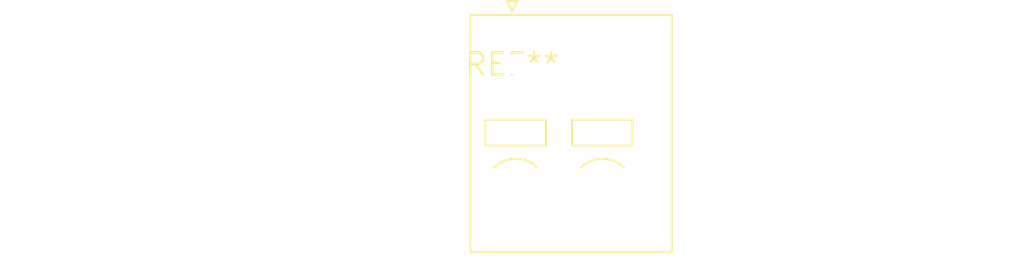
<source format=kicad_pcb>
(kicad_pcb (version 20240108) (generator pcbnew)
  (layers (0 "F.Cu" signal) (31 "B.Cu" signal) (34 "B.Paste" user) (35 "F.Paste" user) (36 "B.SilkS" user "B.Silkscreen") (37 "F.SilkS" user "F.Silkscreen") (38 "B.Mask" user) (39 "F.Mask" user) (44 "Edge.Cuts" user))
  (net 0 "")
  (footprint "PhoenixContact_SPT_2.5_2-V-5.0-EX_1x02_P5.0mm_Vertical" (layer "F.Cu") (at 0 0)
    (property "Reference" "REF**")
    (property "Value" "PhoenixContact_SPT_2.5_2-V-5.0-EX_1x02_P5.0mm_Vertical")
    (fp_line (start -2.41 -2.86) (end 9.21 -2.86) (layer "F.SilkS") (stroke (width 0.12)))
    (fp_line (start -2.41 10.86) (end -2.41 -2.86) (layer "F.SilkS") (stroke (width 0.12)))
    (fp_line (start -1.55 3.2) (end -1.55 4.7) (layer "F.SilkS") (stroke (width 0.12)))
    (fp_line (start -1.55 4.7) (end 1.95 4.7) (layer "F.SilkS") (stroke (width 0.12)))
    (fp_line (start -0.3 -3.66) (end 0 -3.06) (layer "F.SilkS") (stroke (width 0.12)))
    (fp_line (start -0.3 -3.66) (end 0.3 -3.66) (layer "F.SilkS") (stroke (width 0.12)))
    (fp_line (start 0.3 -3.66) (end 0 -3.06) (layer "F.SilkS") (stroke (width 0.12)))
    (fp_line (start 1.95 3.2) (end -1.55 3.2) (layer "F.SilkS") (stroke (width 0.12)))
    (fp_line (start 1.95 4.7) (end 1.95 3.2) (layer "F.SilkS") (stroke (width 0.12)))
    (fp_line (start 3.45 3.2) (end 3.45 4.7) (layer "F.SilkS") (stroke (width 0.12)))
    (fp_line (start 3.45 4.7) (end 6.95 4.7) (layer "F.SilkS") (stroke (width 0.12)))
    (fp_line (start 6.95 3.2) (end 3.45 3.2) (layer "F.SilkS") (stroke (width 0.12)))
    (fp_line (start 6.95 4.7) (end 6.95 3.2) (layer "F.SilkS") (stroke (width 0.12)))
    (fp_line (start 9.21 -2.86) (end 9.21 10.86) (layer "F.SilkS") (stroke (width 0.12)))
    (fp_line (start 9.21 10.86) (end -2.41 10.86) (layer "F.SilkS") (stroke (width 0.12)))
    (fp_arc (start -1.037437 5.962563) (mid 0.2 5.45) (end 1.437437 5.962563) (layer "F.SilkS") (stroke (width 0.12)))
    (fp_arc (start 3.962563 5.962563) (mid 5.2 5.45) (end 6.437437 5.962563) (layer "F.SilkS") (stroke (width 0.12)))
    (pad "1" thru_hole roundrect (at 0 0) (size 1.8 3.3) (drill 1.1) (layers *.Cu *.Mask) (remove_unused_layers) (roundrect_rratio 0.138889))
    (pad "1" thru_hole roundrect (at 0 8.2) (size 1.8 3.3) (drill 1.1) (layers *.Cu *.Mask) (remove_unused_layers) (roundrect_rratio 0.138889))
    (pad "2" thru_hole oval (at 5 0) (size 1.8 3.3) (drill 1.1) (layers *.Cu *.Mask) (remove_unused_layers))
    (pad "2" thru_hole oval (at 5 8.2) (size 1.8 3.3) (drill 1.1) (layers *.Cu *.Mask) (remove_unused_layers))
  )
)
</source>
